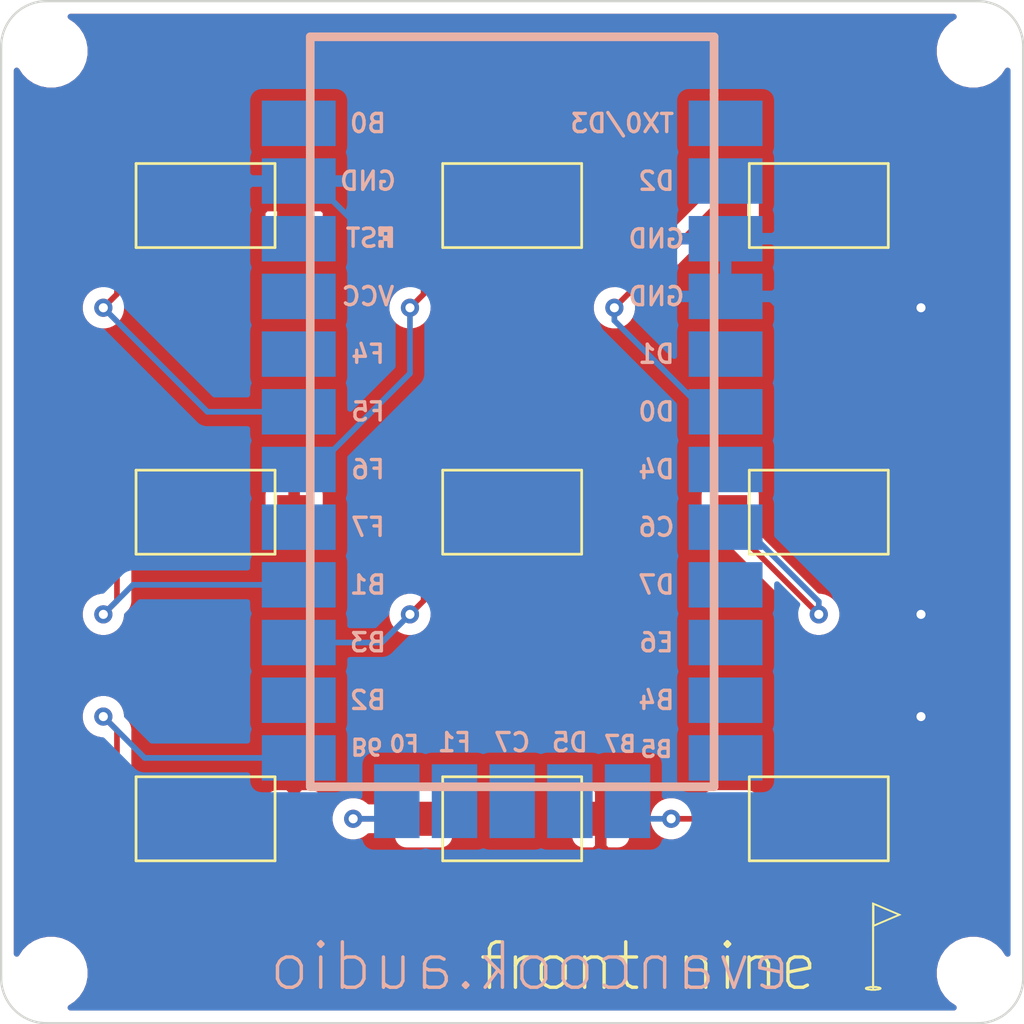
<source format=kicad_pcb>
(kicad_pcb (version 20171130) (host pcbnew "(5.1.6-0)")
  (layers (0 F.Cu signal hide) (31 B.Cu signal hide) (34 B.Paste user hide) (35 F.Paste user hide) (36 B.SilkS user hide) (37 F.SilkS user) (38 B.Mask user) (39 F.Mask user hide) (44 Edge.Cuts user))
  (net 0 "")
  (net 1 row1)
  (net 2 row2)
  (net 3 row3)
  (net 4 row4)
  (net 5 row5)
  (net 6 row6)
  (net 7 row7)
  (net 8 row8)
  (net 9 row9)
  (net 10 "Net-(U1-Pad1)")
  (net 11 "Net-(U1-Pad2)")
  (net 12 GND)
  (net 13 "Net-(U1-Pad21)")
  (net 14 "Net-(U1-Pad22)")
  (net 15 "Net-(U1-Pad24)")
  (net 16 "Net-(U1-Pad26)")
  (net 17 "Net-(U1-Pad27)")
  (net 18 "Net-(U1-Pad20)")
  (net 19 "Net-(U1-Pad5)")
  (net 20 "Net-(U1-Pad7)")
  (net 21 "Net-(U1-Pad10)")
  (net 22 "Net-(U1-Pad11)")
  (net 23 "Net-(U1-Pad12)")
  (net 24 "Net-(U1-Pad17)")
  (net 25 "Net-(U1-Pad28)")
  (net 26 "Net-(U1-Pad9)")
  (net 27 "Net-(U1-Pad14)")
  (module evancook:flag006bold (layer F.Cu) (at 37.5 39.5)
    (fp_text reference flag006bold hide)
    (fp_text value "" (at 0 0) (layer F.SilkS) (effects (font (size 1.27 1.27))))
  )
  (module MountingHole:MountingHole_2.2mm_M2 (layer F.Cu) (at 2.2 2.2)
    (fp_text reference REF** hide)
    (fp_text value MountingHole_2.2mm_M2)
    (pad 1 np_thru_hole circle (at 0 0) (size 2.2 2.2) (drill 2.2) (layers *.Cu *.Mask))
  )
  (module MountingHole:MountingHole_2.2mm_M2 (layer F.Cu) (at 2.2 42.8)
    (fp_text reference REF** hide)
    (fp_text value MountingHole_2.2mm_M2)
    (pad 1 np_thru_hole circle (at 0 0) (size 2.2 2.2) (drill 2.2) (layers *.Cu *.Mask))
  )
  (module MountingHole:MountingHole_2.2mm_M2 (layer F.Cu) (at 42.8 2.2)
    (fp_text reference REF** hide)
    (fp_text value MountingHole_2.2mm_M2)
    (pad 1 np_thru_hole circle (at 0 0) (size 2.2 2.2) (drill 2.2) (layers *.Cu *.Mask))
  )
  (module MountingHole:MountingHole_2.2mm_M2 (layer F.Cu) (at 42.8 42.8)
    (fp_text reference REF** hide)
    (fp_text value MountingHole_2.2mm_M2)
    (pad 1 np_thru_hole circle (at 0 0) (size 2.2 2.2) (drill 2.2) (layers *.Cu *.Mask))
  )
  (module Button_Switch_SMD:SW_SPST_CK_RS282G05A3 (layer F.Cu) (at 22.5 36)
    (fp_text reference SW8 hide)
    (fp_text value RS-282G05A3-SM_RT)
    (pad 2 smd rect (at 3.9 0) (size 1.5 1.5) (layers F.Cu F.Paste F.Mask) (net 12 GND))
    (pad 1 smd rect (at -3.9 0) (size 1.5 1.5) (layers F.Cu F.Paste F.Mask) (net 8 row8))
  )
  (module Keebio-Parts:Elite-C-castellated-29pin (layer B.Cu) (at 22.5 19.35 270)
    (fp_text reference U1 hide)
    (fp_text value Elite-C hide)
    (fp_text user B2 (at 11.43 6.35) (layer B.SilkS) (effects (font (size 0.8 0.8)) (justify mirror)))
    (fp_text user F7 (at 3.81 6.35) (layer B.SilkS) (effects (font (size 0.8 0.8)) (justify mirror)))
    (fp_text user F6 (at 1.27 6.35) (layer B.SilkS) (effects (font (size 0.8 0.8)) (justify mirror)))
    (fp_text user F5 (at -1.27 6.35) (layer B.SilkS) (effects (font (size 0.8 0.8)) (justify mirror)))
    (fp_text user B0 (at -13.97 6.35) (layer B.SilkS) (effects (font (size 0.8 0.8)) (justify mirror)))
    (fp_text user GND (at -11.43 6.35) (layer B.SilkS) (effects (font (size 0.8 0.8)) (justify mirror)))
    (fp_text user ST (at -8.92 6.62212) (layer B.SilkS) (effects (font (size 0.8 0.8)) (justify mirror)))
    (fp_text user VCC (at -6.35 6.35) (layer B.SilkS) (effects (font (size 0.8 0.8)) (justify mirror)))
    (fp_text user F4 (at -3.81 6.35) (layer B.SilkS) (effects (font (size 0.8 0.8)) (justify mirror)))
    (fp_text user B1 (at 6.35 6.35) (layer B.SilkS) (effects (font (size 0.8 0.8)) (justify mirror)))
    (fp_text user B3 (at 8.89 6.35) (layer B.SilkS) (effects (font (size 0.8 0.8)) (justify mirror)))
    (fp_text user B5 (at 13.589 -6.35) (layer B.SilkS) (effects (font (size 0.7 0.7)) (justify mirror)))
    (fp_text user B4 (at 11.43 -6.35) (layer B.SilkS) (effects (font (size 0.8 0.8)) (justify mirror)))
    (fp_text user E6 (at 8.89 -6.35) (layer B.SilkS) (effects (font (size 0.8 0.8)) (justify mirror)))
    (fp_text user D7 (at 6.35 -6.35) (layer B.SilkS) (effects (font (size 0.8 0.8)) (justify mirror)))
    (fp_text user C6 (at 3.81 -6.35) (layer B.SilkS) (effects (font (size 0.8 0.8)) (justify mirror)))
    (fp_text user D4 (at 1.27 -6.35) (layer B.SilkS) (effects (font (size 0.8 0.8)) (justify mirror)))
    (fp_text user GND (at -8.89 -6.35) (layer B.SilkS) (effects (font (size 0.8 0.8)) (justify mirror)))
    (fp_text user GND (at -6.35 -6.35) (layer B.SilkS) (effects (font (size 0.8 0.8)) (justify mirror)))
    (fp_text user D1 (at -3.81 -6.35) (layer B.SilkS) (effects (font (size 0.8 0.8)) (justify mirror)))
    (fp_text user D0 (at -1.27 -6.35) (layer B.SilkS) (effects (font (size 0.8 0.8)) (justify mirror)))
    (fp_text user D2 (at -11.43 -6.35) (layer B.SilkS) (effects (font (size 0.8 0.8)) (justify mirror)))
    (fp_text user TX0/D3 (at -13.97 -4.841872) (layer B.SilkS) (effects (font (size 0.8 0.8)) (justify mirror)))
    (fp_text user B7 (at 13.362 -4.754) (layer B.SilkS) (effects (font (size 0.7 0.7)) (justify mirror)))
    (fp_text user F0 (at 13.362 4.754) (layer B.SilkS) (effects (font (size 0.7 0.7)) (justify mirror)))
    (fp_text user B6 (at 13.462 6.4 180 unlocked) (layer B.SilkS) (effects (font (size 0.7 0.7)) (justify mirror)))
    (fp_text user C7 (at 13.289 0) (layer B.SilkS) (effects (font (size 0.8 0.8)) (justify mirror)))
    (fp_text user F1 (at 13.289 2.54) (layer B.SilkS) (effects (font (size 0.8 0.8)) (justify mirror)))
    (fp_text user D5 (at 13.289 -2.54) (layer B.SilkS) (effects (font (size 0.8 0.8)) (justify mirror)))
    (pad 1 smd rect (at -13.97 -9.398 270) (size 2 3.25) (layers B.Cu B.Paste B.Mask) (net 10 "Net-(U1-Pad1)"))
    (pad 2 smd rect (at -11.43 -9.398 270) (size 2 3.25) (layers B.Cu B.Paste B.Mask) (net 11 "Net-(U1-Pad2)"))
    (pad 3 smd rect (at -8.89 -9.398 270) (size 2 3.25) (layers B.Cu B.Paste B.Mask) (net 12 GND))
    (pad 4 smd rect (at -6.35 -9.398 270) (size 2 3.25) (layers B.Cu B.Paste B.Mask) (net 12 GND))
    (pad 5 smd rect (at -3.81 -9.398 270) (size 2 3.25) (layers B.Cu B.Paste B.Mask) (net 19 "Net-(U1-Pad5)"))
    (pad 6 smd rect (at -1.27 -9.398 270) (size 2 3.25) (layers B.Cu B.Paste B.Mask) (net 3 row3))
    (pad 7 smd rect (at 1.27 -9.398 270) (size 2 3.25) (layers B.Cu B.Paste B.Mask) (net 20 "Net-(U1-Pad7)"))
    (pad 8 smd rect (at 3.81 -9.398 270) (size 2 3.25) (layers B.Cu B.Paste B.Mask) (net 6 row6))
    (pad 9 smd rect (at 6.35 -9.398 270) (size 2 3.25) (layers B.Cu B.Paste B.Mask) (net 26 "Net-(U1-Pad9)"))
    (pad 10 smd rect (at 8.89 -9.398 270) (size 2 3.25) (layers B.Cu B.Paste B.Mask) (net 21 "Net-(U1-Pad10)"))
    (pad 11 smd rect (at 11.43 -9.398 270) (size 2 3.25) (layers B.Cu B.Paste B.Mask) (net 22 "Net-(U1-Pad11)"))
    (pad 12 smd rect (at 13.97 -9.398 270) (size 2 3.25) (layers B.Cu B.Paste B.Mask) (net 23 "Net-(U1-Pad12)"))
    (pad 13 smd rect (at 13.97 9.398 270) (size 2 3.25) (layers B.Cu B.Paste B.Mask) (net 7 row7))
    (pad 14 smd rect (at 11.43 9.398 270) (size 2 3.25) (layers B.Cu B.Paste B.Mask) (net 27 "Net-(U1-Pad14)"))
    (pad 15 smd rect (at 8.89 9.398 270) (size 2 3.25) (layers B.Cu B.Paste B.Mask) (net 5 row5))
    (pad 16 smd rect (at 6.35 9.398 270) (size 2 3.25) (layers B.Cu B.Paste B.Mask) (net 4 row4))
    (pad 17 smd rect (at 3.81 9.398 270) (size 2 3.25) (layers B.Cu B.Paste B.Mask) (net 24 "Net-(U1-Pad17)"))
    (pad 18 smd rect (at 1.27 9.398 270) (size 2 3.25) (layers B.Cu B.Paste B.Mask) (net 2 row2))
    (pad 19 smd rect (at -1.27 9.398 270) (size 2 3.25) (layers B.Cu B.Paste B.Mask) (net 1 row1))
    (pad 20 smd rect (at -3.81 9.398 270) (size 2 3.25) (layers B.Cu B.Paste B.Mask) (net 18 "Net-(U1-Pad20)"))
    (pad 21 smd rect (at -6.35 9.398 270) (size 2 3.25) (layers B.Cu B.Paste B.Mask) (net 13 "Net-(U1-Pad21)"))
    (pad 22 smd rect (at -8.89 9.398 270) (size 2 3.25) (layers B.Cu B.Paste B.Mask) (net 14 "Net-(U1-Pad22)"))
    (pad 23 smd rect (at -11.43 9.398 270) (size 2 3.25) (layers B.Cu B.Paste B.Mask) (net 12 GND))
    (pad 24 smd rect (at -13.97 9.398 270) (size 2 3.25) (layers B.Cu B.Paste B.Mask) (net 15 "Net-(U1-Pad24)"))
    (pad 25 smd rect (at 15.875 -5.08 180) (size 2 3.25) (layers B.Cu B.Paste B.Mask) (net 9 row9))
    (pad 26 smd rect (at 15.875 -2.54 180) (size 2 3.25) (layers B.Cu B.Paste B.Mask) (net 16 "Net-(U1-Pad26)"))
    (pad 27 smd rect (at 15.875 0 180) (size 2 3.25) (layers B.Cu B.Paste B.Mask) (net 17 "Net-(U1-Pad27)"))
    (pad 28 smd rect (at 15.875 2.54 180) (size 2 3.25) (layers B.Cu B.Paste B.Mask) (net 25 "Net-(U1-Pad28)"))
    (pad 29 smd rect (at 15.875 5.08 180) (size 2 3.25) (layers B.Cu B.Paste B.Mask) (net 8 row8))
  )
  (module Button_Switch_SMD:SW_SPST_CK_RS282G05A3 (layer F.Cu) (at 9 9)
    (fp_text reference SW1 hide)
    (fp_text value RS-282G05A3-SM_RT)
    (pad 1 smd rect (at -3.9 0) (size 1.5 1.5) (layers F.Cu F.Paste F.Mask) (net 1 row1))
    (pad 2 smd rect (at 3.9 0) (size 1.5 1.5) (layers F.Cu F.Paste F.Mask) (net 12 GND))
  )
  (module Button_Switch_SMD:SW_SPST_CK_RS282G05A3 (layer F.Cu) (at 22.5 9)
    (fp_text reference SW2 hide)
    (fp_text value RS-282G05A3-SM_RT)
    (pad 2 smd rect (at 3.9 0) (size 1.5 1.5) (layers F.Cu F.Paste F.Mask) (net 12 GND))
    (pad 1 smd rect (at -3.9 0) (size 1.5 1.5) (layers F.Cu F.Paste F.Mask) (net 2 row2))
  )
  (module Button_Switch_SMD:SW_SPST_CK_RS282G05A3 (layer F.Cu) (at 36 9)
    (fp_text reference SW3 hide)
    (fp_text value RS-282G05A3-SM_RT)
    (pad 1 smd rect (at -3.9 0) (size 1.5 1.5) (layers F.Cu F.Paste F.Mask) (net 3 row3))
    (pad 2 smd rect (at 3.9 0) (size 1.5 1.5) (layers F.Cu F.Paste F.Mask) (net 12 GND))
  )
  (module Button_Switch_SMD:SW_SPST_CK_RS282G05A3 (layer F.Cu) (at 9 22.5)
    (fp_text reference SW4 hide)
    (fp_text value RS-282G05A3-SM_RT)
    (pad 2 smd rect (at 3.9 0) (size 1.5 1.5) (layers F.Cu F.Paste F.Mask) (net 12 GND))
    (pad 1 smd rect (at -3.9 0) (size 1.5 1.5) (layers F.Cu F.Paste F.Mask) (net 4 row4))
  )
  (module Button_Switch_SMD:SW_SPST_CK_RS282G05A3 (layer F.Cu) (at 22.5 22.5)
    (fp_text reference SW5 hide)
    (fp_text value RS-282G05A3-SM_RT)
    (pad 1 smd rect (at -3.9 0) (size 1.5 1.5) (layers F.Cu F.Paste F.Mask) (net 5 row5))
    (pad 2 smd rect (at 3.9 0) (size 1.5 1.5) (layers F.Cu F.Paste F.Mask) (net 12 GND))
  )
  (module Button_Switch_SMD:SW_SPST_CK_RS282G05A3 (layer F.Cu) (at 36 22.5)
    (fp_text reference SW6 hide)
    (fp_text value RS-282G05A3-SM_RT)
    (pad 2 smd rect (at 3.9 0) (size 1.5 1.5) (layers F.Cu F.Paste F.Mask) (net 12 GND))
    (pad 1 smd rect (at -3.9 0) (size 1.5 1.5) (layers F.Cu F.Paste F.Mask) (net 6 row6))
  )
  (module Button_Switch_SMD:SW_SPST_CK_RS282G05A3 (layer F.Cu) (at 9 36)
    (fp_text reference SW7 hide)
    (fp_text value RS-282G05A3-SM_RT)
    (pad 1 smd rect (at -3.9 0) (size 1.5 1.5) (layers F.Cu F.Paste F.Mask) (net 7 row7))
    (pad 2 smd rect (at 3.9 0) (size 1.5 1.5) (layers F.Cu F.Paste F.Mask) (net 12 GND))
  )
  (module Button_Switch_SMD:SW_SPST_CK_RS282G05A3 (layer F.Cu) (at 36 36)
    (fp_text reference SW9 hide)
    (fp_text value RS-282G05A3-SM_RT)
    (pad 1 smd rect (at -3.9 0) (size 1.5 1.5) (layers F.Cu F.Paste F.Mask) (net 9 row9))
    (pad 2 smd rect (at 3.9 0) (size 1.5 1.5) (layers F.Cu F.Paste F.Mask) (net 12 GND))
  )
  (gr_text "evancook.audio " (at 22.5 42.5) (layer B.SilkS) (effects (font (size 2 2)) (justify mirror)))
  (gr_arc (start 2 2) (end 2 0) (angle -90) (layer Edge.Cuts) (width 0.1))
  (gr_arc (start 2 43) (end 0 43) (angle -90) (layer Edge.Cuts) (width 0.1))
  (gr_arc (start 43 43) (end 43 45) (angle -90) (layer Edge.Cuts) (width 0.1))
  (gr_arc (start 43 2) (end 45 2) (angle -90) (layer Edge.Cuts) (width 0.1))
  (gr_text "front nine\n" (at 28.5 42.5) (layer F.SilkS) (effects (font (size 2 2))))
  (gr_line (start 0 43) (end 0 2) (layer Edge.Cuts) (width 0.1))
  (gr_line (start 45 43) (end 45 2) (layer Edge.Cuts) (width 0.1))
  (gr_line (start 43 45) (end 2 45) (layer Edge.Cuts) (width 0.1))
  (gr_line (start 2 0) (end 43 0) (layer Edge.Cuts) (width 0.1))
  (via (at 4.5 13.5) (size 0.8) (drill 0.4) (layers F.Cu B.Cu) (net 1))
  (segment (start 5.1 12.9) (end 4.5 13.5) (width 0.25) (layer F.Cu) (net 1))
  (segment (start 5.1 9) (end 5.1 12.9) (width 0.25) (layer F.Cu) (net 1))
  (segment (start 9.08 18.08) (end 13.102 18.08) (width 0.25) (layer B.Cu) (net 1))
  (segment (start 4.5 13.5) (end 9.08 18.08) (width 0.25) (layer B.Cu) (net 1))
  (via (at 18 13.5) (size 0.8) (drill 0.4) (layers F.Cu B.Cu) (net 2))
  (segment (start 18.6 12.9) (end 18 13.5) (width 0.25) (layer F.Cu) (net 2))
  (segment (start 18.6 9) (end 18.6 12.9) (width 0.25) (layer F.Cu) (net 2))
  (segment (start 13.772002 20.62) (end 13.102 20.62) (width 0.25) (layer B.Cu) (net 2))
  (segment (start 18 16.392002) (end 13.772002 20.62) (width 0.25) (layer B.Cu) (net 2))
  (segment (start 18 13.5) (end 18 16.392002) (width 0.25) (layer B.Cu) (net 2))
  (via (at 27 13.5) (size 0.8) (drill 0.4) (layers F.Cu B.Cu) (net 3))
  (segment (start 31.5 9) (end 27 13.5) (width 0.25) (layer F.Cu) (net 3))
  (segment (start 32.1 9) (end 31.5 9) (width 0.25) (layer F.Cu) (net 3))
  (segment (start 31.014315 18.08) (end 31.898 18.08) (width 0.25) (layer B.Cu) (net 3))
  (segment (start 27 14.065685) (end 31.014315 18.08) (width 0.25) (layer B.Cu) (net 3))
  (segment (start 27 13.5) (end 27 14.065685) (width 0.25) (layer B.Cu) (net 3))
  (via (at 4.5 27) (size 0.8) (drill 0.4) (layers F.Cu B.Cu) (net 4))
  (segment (start 5.1 26.4) (end 4.5 27) (width 0.25) (layer F.Cu) (net 4))
  (segment (start 5.1 22.5) (end 5.1 26.4) (width 0.25) (layer F.Cu) (net 4))
  (segment (start 5.8 25.7) (end 13.102 25.7) (width 0.25) (layer B.Cu) (net 4))
  (segment (start 4.5 27) (end 5.8 25.7) (width 0.25) (layer B.Cu) (net 4))
  (via (at 18 27) (size 0.8) (drill 0.4) (layers F.Cu B.Cu) (net 5))
  (segment (start 18.6 26.4) (end 18 27) (width 0.25) (layer F.Cu) (net 5))
  (segment (start 18.6 22.5) (end 18.6 26.4) (width 0.25) (layer F.Cu) (net 5))
  (segment (start 16.76 28.24) (end 13.102 28.24) (width 0.25) (layer B.Cu) (net 5))
  (segment (start 18 27) (end 16.76 28.24) (width 0.25) (layer B.Cu) (net 5))
  (segment (start 32.1 22.5) (end 32.1 23.1) (width 0.25) (layer F.Cu) (net 6))
  (segment (start 32.1 22.5) (end 31.5 22.5) (width 0.25) (layer F.Cu) (net 6))
  (via (at 36 27) (size 0.8) (drill 0.4) (layers F.Cu B.Cu) (net 6))
  (segment (start 32.1 23.1) (end 36 27) (width 0.25) (layer F.Cu) (net 6))
  (segment (start 32.725685 23.16) (end 31.898 23.16) (width 0.25) (layer B.Cu) (net 6))
  (segment (start 36 26.434315) (end 32.725685 23.16) (width 0.25) (layer B.Cu) (net 6))
  (segment (start 36 27) (end 36 26.434315) (width 0.25) (layer B.Cu) (net 6))
  (via (at 4.5 31.5) (size 0.8) (drill 0.4) (layers F.Cu B.Cu) (net 7))
  (segment (start 5.1 32.1) (end 4.5 31.5) (width 0.25) (layer F.Cu) (net 7))
  (segment (start 5.1 36) (end 5.1 32.1) (width 0.25) (layer F.Cu) (net 7))
  (segment (start 6.32 33.32) (end 13.102 33.32) (width 0.25) (layer B.Cu) (net 7))
  (segment (start 4.5 31.5) (end 6.32 33.32) (width 0.25) (layer B.Cu) (net 7))
  (via (at 15.5 36) (size 0.8) (drill 0.4) (layers F.Cu B.Cu) (net 8))
  (segment (start 18.6 36) (end 15.5 36) (width 0.25) (layer F.Cu) (net 8))
  (segment (start 17.5 35.305) (end 17.42 35.225) (width 0.25) (layer B.Cu) (net 8))
  (segment (start 16.645 36) (end 17.42 35.225) (width 0.25) (layer B.Cu) (net 8))
  (segment (start 15.5 36) (end 16.645 36) (width 0.25) (layer B.Cu) (net 8))
  (segment (start 27.58 36.58) (end 27.58 35.225) (width 0.25) (layer B.Cu) (net 9))
  (via (at 29.5 36) (size 0.8) (drill 0.4) (layers F.Cu B.Cu) (net 9))
  (segment (start 32.1 36) (end 29.5 36) (width 0.25) (layer F.Cu) (net 9))
  (segment (start 28.355 36) (end 27.58 35.225) (width 0.25) (layer B.Cu) (net 9))
  (segment (start 29.5 36) (end 28.355 36) (width 0.25) (layer B.Cu) (net 9))
  (segment (start 39.9 9) (end 39.9 9.6) (width 0.25) (layer F.Cu) (net 12))
  (segment (start 39.9 22.5) (end 39.9 21.9) (width 0.25) (layer F.Cu) (net 12))
  (segment (start 32.568002 13) (end 31.898 13) (width 0.25) (layer B.Cu) (net 12))
  (segment (start 31.898 10.46) (end 31.898 13) (width 0.25) (layer B.Cu) (net 12))
  (segment (start 13.727 7.92) (end 13.102 7.92) (width 0.25) (layer B.Cu) (net 12))
  (segment (start 16.267 10.46) (end 13.727 7.92) (width 0.25) (layer B.Cu) (net 12))
  (segment (start 31.898 10.46) (end 16.267 10.46) (width 0.25) (layer B.Cu) (net 12))
  (segment (start 31.672999 12.774999) (end 31.898 13) (width 0.25) (layer B.Cu) (net 12))
  (via (at 40.5 31.5) (size 0.8) (drill 0.4) (layers F.Cu B.Cu) (net 12))
  (segment (start 39.9 32.1) (end 40.5 31.5) (width 0.25) (layer F.Cu) (net 12))
  (segment (start 39.9 36) (end 39.9 32.1) (width 0.25) (layer F.Cu) (net 12))
  (segment (start 12.9 22.5) (end 13.5 22.5) (width 0.25) (layer F.Cu) (net 12))
  (segment (start 26.4 9) (end 26.4 9.6) (width 0.25) (layer F.Cu) (net 12))
  (segment (start 25.54 10.46) (end 31.898 10.46) (width 0.25) (layer B.Cu) (net 12))
  (segment (start 12.9 9) (end 12.9 9.6) (width 0.25) (layer F.Cu) (net 12))
  (via (at 40.5 27) (size 0.8) (drill 0.4) (layers F.Cu B.Cu) (net 12))
  (segment (start 39.9 26.4) (end 40.5 27) (width 0.25) (layer F.Cu) (net 12))
  (segment (start 39.9 22.5) (end 39.9 26.4) (width 0.25) (layer F.Cu) (net 12))
  (segment (start 33.773 13) (end 31.898 13) (width 0.25) (layer B.Cu) (net 12))
  (segment (start 40.5 19.727) (end 33.773 13) (width 0.25) (layer B.Cu) (net 12))
  (segment (start 40.5 27) (end 40.5 19.727) (width 0.25) (layer B.Cu) (net 12))
  (segment (start 40.5 31.5) (end 40.5 27) (width 0.25) (layer B.Cu) (net 12))
  (segment (start 40 13) (end 31.898 13) (width 0.25) (layer B.Cu) (net 12))
  (segment (start 40.5 13.5) (end 40 13) (width 0.25) (layer B.Cu) (net 12))
  (via (at 40.5 13.5) (size 0.8) (drill 0.4) (layers F.Cu B.Cu) (net 12))
  (segment (start 39.9 12.9) (end 40.5 13.5) (width 0.25) (layer F.Cu) (net 12))
  (segment (start 39.9 9) (end 39.9 12.9) (width 0.25) (layer F.Cu) (net 12))
  (segment (start 12.9 22.5) (end 12.9 36) (width 0.25) (layer F.Cu) (net 12))
  (segment (start 12.9 9) (end 12.9 22.5) (width 0.25) (layer F.Cu) (net 12))
  (segment (start 26.274999 22.374999) (end 26.4 22.5) (width 0.25) (layer F.Cu) (net 12))
  (segment (start 26.4 22.5) (end 26.4 36) (width 0.25) (layer F.Cu) (net 12))
  (segment (start 26.4 9) (end 26.274999 9.125001) (width 0.25) (layer F.Cu) (net 12))
  (segment (start 12.9 9) (end 12.9 10) (width 0.25) (layer F.Cu) (net 12))
  (segment (start 12.9 10) (end 17.125001 14.225001) (width 0.25) (layer F.Cu) (net 12))
  (segment (start 39.774999 27.725001) (end 40.5 27) (width 0.25) (layer F.Cu) (net 12))
  (segment (start 12.9 23.5) (end 17.125001 27.725001) (width 0.25) (layer F.Cu) (net 12))
  (segment (start 12.9 22.5) (end 12.9 23.5) (width 0.25) (layer F.Cu) (net 12))
  (segment (start 17.125001 27.725001) (end 17.125001 29.125001) (width 0.25) (layer F.Cu) (net 12))
  (segment (start 17.125001 29.125001) (end 17.5 29.5) (width 0.25) (layer F.Cu) (net 12))
  (segment (start 38 29.5) (end 40.5 27) (width 0.25) (layer F.Cu) (net 12))
  (segment (start 17.5 29.5) (end 38 29.5) (width 0.25) (layer F.Cu) (net 12))
  (segment (start 17.125001 14.225001) (end 17.125001 15.625001) (width 0.25) (layer F.Cu) (net 12))
  (segment (start 38.374999 15.625001) (end 40.5 13.5) (width 0.25) (layer F.Cu) (net 12))
  (segment (start 25.850002 12.149998) (end 22.374999 15.625001) (width 0.25) (layer F.Cu) (net 12))
  (segment (start 17.125001 15.625001) (end 22.374999 15.625001) (width 0.25) (layer F.Cu) (net 12))
  (segment (start 26.4 11.6) (end 25.850002 12.149998) (width 0.25) (layer F.Cu) (net 12))
  (segment (start 26.4 9) (end 26.4 11.6) (width 0.25) (layer F.Cu) (net 12))
  (segment (start 26.4 22.5) (end 26.4 19.1) (width 0.25) (layer F.Cu) (net 12))
  (segment (start 26.4 19.1) (end 24.874999 17.574999) (width 0.25) (layer F.Cu) (net 12))
  (segment (start 24.874999 15.625001) (end 38.374999 15.625001) (width 0.25) (layer F.Cu) (net 12))
  (segment (start 24.874999 17.574999) (end 24.874999 15.625001) (width 0.25) (layer F.Cu) (net 12))
  (segment (start 22.374999 15.625001) (end 24.874999 15.625001) (width 0.25) (layer F.Cu) (net 12))
  (zone (net 12) (net_name GND) (layer B.Cu) (connect_pads (clearance 0.508)) (min_thickness 0.254) (fill yes (arc_segments 32) (thermal_gap 0.508) (thermal_bridge_width 0.508))
    (polygon (pts (xy 48.5 46.5) (xy -5.5 47.5) (xy -5 -1.5) (xy 47.5 -2.5)))
  )
  (zone (net 12) (net_name GND) (layer F.Cu) (connect_pads (clearance 0.508)) (min_thickness 0.254) (fill yes (arc_segments 32) (thermal_gap 0.508) (thermal_bridge_width 0.508))
    (polygon (pts (xy 45.5 46) (xy -2 45) (xy 0 0) (xy 45 0)))
  )
)
</source>
